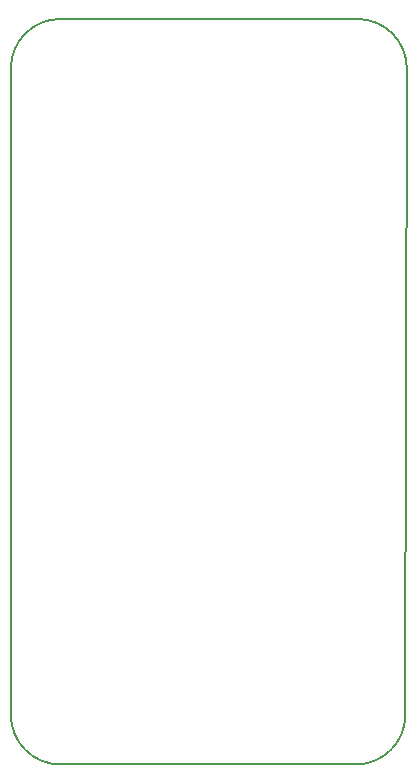
<source format=gbr>
G04 #@! TF.GenerationSoftware,KiCad,Pcbnew,(5.0.1)-3*
G04 #@! TF.CreationDate,2018-11-07T22:07:08+02:00*
G04 #@! TF.ProjectId,stm32-can,73746D33322D63616E2E6B696361645F,rev?*
G04 #@! TF.SameCoordinates,Original*
G04 #@! TF.FileFunction,Profile,NP*
%FSLAX46Y46*%
G04 Gerber Fmt 4.6, Leading zero omitted, Abs format (unit mm)*
G04 Created by KiCad (PCBNEW (5.0.1)-3) date 07-Nov-18 10:07:08 PM*
%MOMM*%
%LPD*%
G01*
G04 APERTURE LIST*
%ADD10C,0.150000*%
G04 APERTURE END LIST*
D10*
X180467000Y-41148000D02*
X180467000Y-95885000D01*
X213868000Y-95885000D02*
X213995000Y-41148000D01*
X184658000Y-100076000D02*
X209677000Y-100076000D01*
X184658000Y-100076000D02*
G75*
G02X180467000Y-95885000I0J4191000D01*
G01*
X213868000Y-95885000D02*
G75*
G02X209677000Y-100076000I-4191000J0D01*
G01*
X184658000Y-36957000D02*
X209804000Y-36957000D01*
X180467000Y-41148000D02*
G75*
G02X184658000Y-36957000I4191000J0D01*
G01*
X209804000Y-36957000D02*
G75*
G02X213995000Y-41148000I0J-4191000D01*
G01*
M02*

</source>
